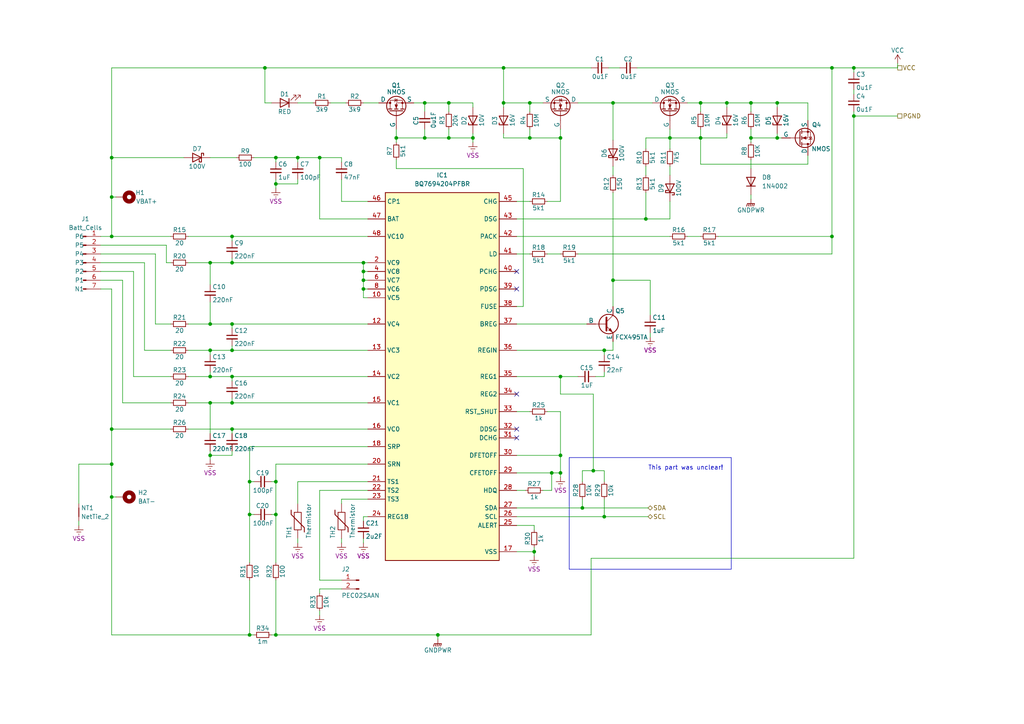
<source format=kicad_sch>
(kicad_sch (version 20230121) (generator eeschema)
  (paper "A4")
  (title_block (title "BMS") (date "2024-01-18") (rev "v0.1"))
  (lib_symbols
    (symbol "BQ7694204PFBR:BQ7694204PFBR"
      (property "Reference" "IC1" (at 21.59 15.24 0))
      (property "Value" "BQ7694204PFBR" (at 21.59 12.7 0))
      (symbol "BQ7694204PFBR_1_1"
        (rectangle (start 5.08 10.16) (end 38.1 -96.52) (stroke (width 0.254)) (fill (type background)))
        (pin no_connect line (at 21.59 -93.98 90) (length 5.08) hide (name "NC_1") (number "1"))
        (pin passive line (at 0 -20.32 0) (length 5.08) (name "VC5") (number "10"))
        (pin no_connect line (at 21.59 -93.98 90) (length 5.08) hide (name "NC_6") (number "11"))
        (pin passive line (at 0 -27.94 0) (length 5.08) (name "VC4") (number "12"))
        (pin passive line (at 0 -35.56 0) (length 5.08) (name "VC3") (number "13"))
        (pin passive line (at 0 -43.18 0) (length 5.08) (name "VC2") (number "14"))
        (pin passive line (at 0 -50.8 0) (length 5.08) (name "VC1") (number "15"))
        (pin passive line (at 0 -58.42 0) (length 5.08) (name "VC0") (number "16"))
        (pin passive line (at 43.18 -93.98 180) (length 5.08) (name "VSS") (number "17"))
        (pin passive line (at 0 -63.5 0) (length 5.08) (name "SRP") (number "18"))
        (pin no_connect line (at 21.59 -93.98 90) (length 5.08) hide (name "NC_7") (number "19"))
        (pin passive line (at 0 -10.16 0) (length 5.08) (name "VC9") (number "2"))
        (pin passive line (at 0 -68.58 0) (length 5.08) (name "SRN") (number "20"))
        (pin passive line (at 0 -73.66 0) (length 5.08) (name "TS1") (number "21"))
        (pin passive line (at 0 -76.2 0) (length 5.08) (name "TS2") (number "22"))
        (pin passive line (at 0 -78.74 0) (length 5.08) (name "TS3") (number "23"))
        (pin passive line (at 0 -83.82 0) (length 5.08) (name "REG18") (number "24"))
        (pin passive line (at 43.18 -86.36 180) (length 5.08) (name "ALERT") (number "25"))
        (pin passive line (at 43.18 -83.82 180) (length 5.08) (name "SCL") (number "26"))
        (pin passive line (at 43.18 -81.28 180) (length 5.08) (name "SDA") (number "27"))
        (pin passive line (at 43.18 -76.2 180) (length 5.08) (name "HDQ") (number "28"))
        (pin passive line (at 43.18 -71.12 180) (length 5.08) (name "CFETOFF") (number "29"))
        (pin no_connect line (at 21.59 -93.98 90) (length 5.08) hide (name "NC_2") (number "3"))
        (pin passive line (at 43.18 -66.04 180) (length 5.08) (name "DFETOFF") (number "30"))
        (pin passive line (at 43.18 -60.96 180) (length 5.08) (name "DCHG") (number "31"))
        (pin passive line (at 43.18 -58.42 180) (length 5.08) (name "DDSG") (number "32"))
        (pin passive line (at 43.18 -53.34 180) (length 5.08) (name "RST_SHUT") (number "33"))
        (pin passive line (at 43.18 -48.26 180) (length 5.08) (name "REG2") (number "34"))
        (pin passive line (at 43.18 -43.18 180) (length 5.08) (name "REG1") (number "35"))
        (pin passive line (at 43.18 -35.56 180) (length 5.08) (name "REGIN") (number "36"))
        (pin passive line (at 43.18 -27.94 180) (length 5.08) (name "BREG") (number "37"))
        (pin passive line (at 43.18 -22.86 180) (length 5.08) (name "FUSE") (number "38"))
        (pin passive line (at 43.18 -17.78 180) (length 5.08) (name "PDSG") (number "39"))
        (pin passive line (at 0 -12.7 0) (length 5.08) (name "VC8") (number "4"))
        (pin passive line (at 43.18 -12.7 180) (length 5.08) (name "PCHG") (number "40"))
        (pin passive line (at 43.18 -7.62 180) (length 5.08) (name "LD") (number "41"))
        (pin passive line (at 43.18 -2.54 180) (length 5.08) (name "PACK") (number "42"))
        (pin passive line (at 43.18 2.54 180) (length 5.08) (name "DSG") (number "43"))
        (pin no_connect line (at 21.59 -93.98 90) (length 5.08) hide (name "NC_8") (number "44"))
        (pin passive line (at 43.18 7.62 180) (length 5.08) (name "CHG") (number "45"))
        (pin passive line (at 0 7.62 0) (length 5.08) (name "CP1") (number "46"))
        (pin passive line (at 0 2.54 0) (length 5.08) (name "BAT") (number "47"))
        (pin passive line (at 0 -2.54 0) (length 5.08) (name "VC10") (number "48"))
        (pin no_connect line (at 21.59 -93.98 90) (length 5.08) hide (name "NC_3") (number "5"))
        (pin passive line (at 0 -15.24 0) (length 5.08) (name "VC7") (number "6"))
        (pin no_connect line (at 21.59 -93.98 90) (length 5.08) hide (name "NC_4") (number "7"))
        (pin passive line (at 0 -17.78 0) (length 5.08) (name "VC6") (number "8"))
        (pin no_connect line (at 21.59 -93.98 90) (length 5.08) hide (name "NC_5") (number "9"))
      )
    )
    (symbol "Connector:Conn_01x02_Pin" (pin_names (offset 1.016) hide)
      (property "Reference" "J" (at 0 2.54 0))
      (property "Value" "Conn_01x02_Pin" (at 0 -5.08 0))
      (symbol "Conn_01x02_Pin_1_1"
        (polyline (pts (xy 1.27 -2.54) (xy 0.8636 -2.54)) (stroke (width 0.1524)))
        (polyline (pts (xy 1.27 0) (xy 0.8636 0)) (stroke (width 0.1524)))
        (rectangle (start 0.8636 -2.413) (end 0 -2.667) (stroke (width 0.1524)) (fill (type outline)))
        (rectangle (start 0.8636 0.127) (end 0 -0.127) (stroke (width 0.1524)) (fill (type outline)))
        (pin passive line (at 5.08 0 180) (length 3.81) (name "Pin_1") (number "1"))
        (pin passive line (at 5.08 -2.54 180) (length 3.81) (name "Pin_2") (number "2"))
      )
    )
    (symbol "Connector:Conn_01x07_Pin" (pin_names (offset 1.016))
      (property "Reference" "J2" (at 0.635 12.7 0))
      (property "Value" "Batt_Cells" (at 0.635 10.16 0))
      (symbol "Conn_01x07_Pin_1_1"
        (polyline (pts (xy 1.27 -7.62) (xy 0.8636 -7.62)) (stroke (width 0.1524)))
        (polyline (pts (xy 1.27 -5.08) (xy 0.8636 -5.08)) (stroke (width 0.1524)))
        (polyline (pts (xy 1.27 -2.54) (xy 0.8636 -2.54)) (stroke (width 0.1524)))
        (polyline (pts (xy 1.27 0) (xy 0.8636 0)) (stroke (width 0.1524)))
        (polyline (pts (xy 1.27 2.54) (xy 0.8636 2.54)) (stroke (width 0.1524)))
        (polyline (pts (xy 1.27 5.08) (xy 0.8636 5.08)) (stroke (width 0.1524)))
        (polyline (pts (xy 1.27 7.62) (xy 0.8636 7.62)) (stroke (width 0.1524)))
        (rectangle (start 0.8636 -7.493) (end 0 -7.747) (stroke (width 0.1524)) (fill (type outline)))
        (rectangle (start 0.8636 -4.953) (end 0 -5.207) (stroke (width 0.1524)) (fill (type outline)))
        (rectangle (start 0.8636 -2.413) (end 0 -2.667) (stroke (width 0.1524)) (fill (type outline)))
        (rectangle (start 0.8636 0.127) (end 0 -0.127) (stroke (width 0.1524)) (fill (type outline)))
        (rectangle (start 0.8636 2.667) (end 0 2.413) (stroke (width 0.1524)) (fill (type outline)))
        (rectangle (start 0.8636 5.207) (end 0 4.953) (stroke (width 0.1524)) (fill (type outline)))
        (rectangle (start 0.8636 7.747) (end 0 7.493) (stroke (width 0.1524)) (fill (type outline)))
        (pin passive line (at 5.08 7.62 180) (length 3.81) (name "Pin_1") (number "1") (alternate "P6" power_in line))
        (pin passive line (at 5.08 5.08 180) (length 3.81) (name "Pin_2") (number "2") (alternate "P5" power_in line))
        (pin passive line (at 5.08 2.54 180) (length 3.81) (name "Pin_3") (number "3") (alternate "P4" power_in line))
        (pin passive line (at 5.08 0 180) (length 3.81) (name "Pin_4") (number "4") (alternate "P3" power_in line))
        (pin passive line (at 5.08 -2.54 180) (length 3.81) (name "Pin_5") (number "5") (alternate "P2" power_in line))
        (pin passive line (at 5.08 -5.08 180) (length 3.81) (name "Pin_6") (number "6") (alternate "P1" power_in line))
        (pin passive line (at 5.08 -7.62 180) (length 3.81) (name "Pin_7") (number "7") (alternate "N1" power_in line))
      )
    )
    (symbol "Device:C_Small" (pin_numbers hide) (pin_names (offset 0.254) hide)
      (property "Reference" "C" (at 0.254 1.778 0))
      (property "Value" "C_Small" (at 0.254 -2.032 0))
      (symbol "C_Small_0_1"
        (polyline (pts (xy -1.524 -0.508) (xy 1.524 -0.508)) (stroke (width 0.3302)))
        (polyline (pts (xy -1.524 0.508) (xy 1.524 0.508)) (stroke (width 0.3048)))
      )
      (symbol "C_Small_1_1"
        (pin passive line (at 0 2.54 270) (length 2.032) (name "~") (number "1"))
        (pin passive line (at 0 -2.54 90) (length 2.032) (name "~") (number "2"))
      )
    )
    (symbol "Device:D_Schottky" (pin_numbers hide) (pin_names (offset 1.016) hide)
      (property "Reference" "D" (at 0 2.54 0))
      (property "Value" "D_Schottky" (at 0 -2.54 0))
      (symbol "D_Schottky_0_1"
        (polyline (pts (xy 1.27 0) (xy -1.27 0)))
        (polyline (pts (xy 1.27 1.27) (xy 1.27 -1.27) (xy -1.27 0) (xy 1.27 1.27)) (stroke (width 0.254)))
        (polyline (pts (xy -1.905 0.635) (xy -1.905 1.27) (xy -1.27 1.27) (xy -1.27 -1.27) (xy -0.635 -1.27) (xy -0.635 -0.635)) (stroke (width 0.254)))
      )
      (symbol "D_Schottky_1_1"
        (pin passive line (at -3.81 0 0) (length 2.54) (name "K") (number "1"))
        (pin passive line (at 3.81 0 180) (length 2.54) (name "A") (number "2"))
      )
    )
    (symbol "Device:D_Zener" (pin_numbers hide) (pin_names (offset 1.016) hide)
      (property "Reference" "D" (at 0 2.54 0))
      (property "Value" "D_Zener" (at 0 -2.54 0))
      (symbol "D_Zener_0_1"
        (polyline (pts (xy 1.27 0) (xy -1.27 0)))
        (polyline (pts (xy -1.27 -1.27) (xy -1.27 1.27) (xy -0.762 1.27)) (stroke (width 0.254)))
        (polyline (pts (xy 1.27 -1.27) (xy 1.27 1.27) (xy -1.27 0) (xy 1.27 -1.27)) (stroke (width 0.254)))
      )
      (symbol "D_Zener_1_1"
        (pin passive line (at -3.81 0 0) (length 2.54) (name "K") (number "1"))
        (pin passive line (at 3.81 0 180) (length 2.54) (name "A") (number "2"))
      )
    )
    (symbol "Device:LED" (pin_numbers hide) (pin_names (offset 1.016) hide)
      (property "Reference" "D" (at 0 2.54 0))
      (property "Value" "LED" (at 0 -2.54 0))
      (symbol "LED_0_1"
        (polyline (pts (xy -1.27 -1.27) (xy -1.27 1.27)) (stroke (width 0.254)))
        (polyline (pts (xy -1.27 0) (xy 1.27 0)))
        (polyline (pts (xy 1.27 -1.27) (xy 1.27 1.27) (xy -1.27 0) (xy 1.27 -1.27)) (stroke (width 0.254)))
        (polyline (pts (xy -3.048 -0.762) (xy -4.572 -2.286) (xy -3.81 -2.286) (xy -4.572 -2.286) (xy -4.572 -1.524)))
        (polyline (pts (xy -1.778 -0.762) (xy -3.302 -2.286) (xy -2.54 -2.286) (xy -3.302 -2.286) (xy -3.302 -1.524)))
      )
      (symbol "LED_1_1"
        (pin passive line (at -3.81 0 0) (length 2.54) (name "K") (number "1"))
        (pin passive line (at 3.81 0 180) (length 2.54) (name "A") (number "2"))
      )
    )
    (symbol "Device:NetTie_2" (pin_numbers hide) (pin_names (offset 0) hide) (in_bom no)
      (property "Reference" "NT" (at 0 1.27 0))
      (property "Value" "NetTie_2" (at 0 -1.27 0))
      (symbol "NetTie_2_0_1"
        (polyline (pts (xy -1.27 0) (xy 1.27 0)) (stroke (width 0.254)))
      )
      (symbol "NetTie_2_1_1"
        (pin passive line (at -2.54 0 0) (length 2.54) (name "1") (number "1"))
        (pin passive line (at 2.54 0 180) (length 2.54) (name "2") (number "2"))
      )
    )
    (symbol "Device:R_Small" (pin_numbers hide) (pin_names (offset 0.254) hide)
      (property "Reference" "R" (at 0.762 0.508 0))
      (property "Value" "R_Small" (at 0.762 -1.016 0))
      (symbol "R_Small_0_1"
        (rectangle (start -0.762 1.778) (end 0.762 -1.778) (stroke (width 0.2032)))
      )
      (symbol "R_Small_1_1"
        (pin passive line (at 0 2.54 270) (length 0.762) (name "~") (number "1"))
        (pin passive line (at 0 -2.54 90) (length 0.762) (name "~") (number "2"))
      )
    )
    (symbol "Device:Thermistor" (pin_numbers hide) (pin_names (offset 0))
      (property "Reference" "TH" (at 2.54 1.27 90))
      (property "Value" "Thermistor" (at -2.54 0 90))
      (symbol "Thermistor_0_1"
        (rectangle (start -1.016 2.54) (end 1.016 -2.54) (stroke (width 0.2032)))
        (polyline (pts (xy -1.905 3.175) (xy -1.905 1.905) (xy 1.905 -1.905) (xy 1.905 -3.175) (xy 1.905 -3.175)) (stroke (width 0.254)))
      )
      (symbol "Thermistor_1_1"
        (pin passive line (at 0 5.08 270) (length 2.54) (name "~") (number "1"))
        (pin passive line (at 0 -5.08 90) (length 2.54) (name "~") (number "2"))
      )
    )
    (symbol "Diode:1N4002" (pin_numbers hide) (pin_names hide)
      (property "Reference" "D" (at 0 2.54 0))
      (property "Value" "1N4002" (at 0 -2.54 0))
      (symbol "1N4002_0_1"
        (polyline (pts (xy -1.27 1.27) (xy -1.27 -1.27)) (stroke (width 0.254)))
        (polyline (pts (xy 1.27 0) (xy -1.27 0)))
        (polyline (pts (xy 1.27 1.27) (xy 1.27 -1.27) (xy -1.27 0) (xy 1.27 1.27)) (stroke (width 0.254)))
      )
      (symbol "1N4002_1_1"
        (pin passive line (at -3.81 0 0) (length 2.54) (name "K") (number "1"))
        (pin passive line (at 3.81 0 180) (length 2.54) (name "A") (number "2"))
      )
    )
    (symbol "Mechanical:MountingHole_Pad" (pin_numbers hide) (pin_names (offset 1.016) hide)
      (property "Reference" "H" (at 0 6.35 0))
      (property "Value" "MountingHole_Pad" (at 0 4.445 0))
      (symbol "MountingHole_Pad_0_1"
        (circle (center 0 1.27) (radius 1.27) (stroke (width 1.27)))
      )
      (symbol "MountingHole_Pad_1_1"
        (pin input line (at 0 -2.54 90) (length 2.54) (name "1") (number "1"))
      )
    )
    (symbol "Simulation_SPICE:NMOS" (pin_numbers hide) (pin_names (offset 0))
      (property "Reference" "Q" (at 5.08 1.27 0))
      (property "Value" "NMOS" (at 5.08 -1.27 0))
      (symbol "NMOS_0_1"
        (polyline (pts (xy 0.254 0) (xy -2.54 0)))
        (polyline (pts (xy 0.254 1.905) (xy 0.254 -1.905)) (stroke (width 0.254)))
        (polyline (pts (xy 0.762 -1.27) (xy 0.762 -2.286)) (stroke (width 0.254)))
        (polyline (pts (xy 0.762 0.508) (xy 0.762 -0.508)) (stroke (width 0.254)))
        (polyline (pts (xy 0.762 2.286) (xy 0.762 1.27)) (stroke (width 0.254)))
        (polyline (pts (xy 2.54 2.54) (xy 2.54 1.778)))
        (polyline (pts (xy 2.54 -2.54) (xy 2.54 0) (xy 0.762 0)))
        (polyline (pts (xy 0.762 -1.778) (xy 3.302 -1.778) (xy 3.302 1.778) (xy 0.762 1.778)))
        (polyline (pts (xy 1.016 0) (xy 2.032 0.381) (xy 2.032 -0.381) (xy 1.016 0)) (fill (type outline)))
        (polyline (pts (xy 2.794 0.508) (xy 2.921 0.381) (xy 3.683 0.381) (xy 3.81 0.254)))
        (polyline (pts (xy 3.302 0.381) (xy 2.921 -0.254) (xy 3.683 -0.254) (xy 3.302 0.381)))
        (circle (center 1.651 0) (radius 2.794) (stroke (width 0.254)))
        (circle (center 2.54 -1.778) (radius 0.254) (fill (type outline)))
        (circle (center 2.54 1.778) (radius 0.254) (fill (type outline)))
      )
      (symbol "NMOS_1_1"
        (pin passive line (at 2.54 5.08 270) (length 2.54) (name "D") (number "1"))
        (pin input line (at -5.08 0 0) (length 2.54) (name "G") (number "2"))
        (pin passive line (at 2.54 -5.08 90) (length 2.54) (name "S") (number "3"))
      )
    )
    (symbol "Simulation_SPICE:NPN" (pin_numbers hide) (pin_names (offset 0))
      (property "Reference" "Q" (at -2.54 7.62 0))
      (property "Value" "NPN" (at -2.54 5.08 0))
      (symbol "NPN_0_1"
        (polyline (pts (xy -2.54 0) (xy 0.635 0)) (stroke (width 0.1524)))
        (polyline (pts (xy 0.635 0.635) (xy 2.54 2.54)))
        (polyline (pts (xy 2.794 -1.27) (xy 2.794 -1.27)) (stroke (width 0.1524)))
        (polyline (pts (xy 2.794 -1.27) (xy 2.794 -1.27)) (stroke (width 0.1524)))
        (polyline (pts (xy 0.635 -0.635) (xy 2.54 -2.54) (xy 2.54 -2.54)))
        (polyline (pts (xy 0.635 1.905) (xy 0.635 -1.905) (xy 0.635 -1.905)) (stroke (width 0.508)))
        (polyline (pts (xy 1.27 -1.778) (xy 1.778 -1.27) (xy 2.286 -2.286) (xy 1.27 -1.778) (xy 1.27 -1.778)) (fill (type outline)))
        (circle (center 1.27 0) (radius 2.8194) (stroke (width 0.254)))
      )
      (symbol "NPN_1_1"
        (pin open_collector line (at 2.54 5.08 270) (length 2.54) (name "C") (number "1"))
        (pin input line (at -5.08 0 0) (length 2.54) (name "B") (number "2"))
        (pin open_emitter line (at 2.54 -5.08 90) (length 2.54) (name "E") (number "3"))
      )
    )
    (symbol "power:Earth" (power) (pin_names (offset 0))
      (symbol "Earth_0_1"
        (polyline (pts (xy -0.635 -1.905) (xy 0.635 -1.905)))
        (polyline (pts (xy -0.127 -2.54) (xy 0.127 -2.54)))
        (polyline (pts (xy 0 -1.27) (xy 0 0)))
        (polyline (pts (xy 1.27 -1.27) (xy -1.27 -1.27)))
      )
      (symbol "Earth_1_1"
        (pin power_in line (at 0 0 270) (length 0) hide (name "Earth") (number "1"))
      )
    )
    (symbol "power:GNDPWR" (power) (pin_names (offset 0))
      (property "Value" "GNDPWR" (at 0 -3.302 0))
      (symbol "GNDPWR_0_1"
        (polyline (pts (xy 0 -1.27) (xy 0 0)))
        (polyline (pts (xy -1.016 -1.27) (xy -1.27 -2.032) (xy -1.27 -2.032)) (stroke (width 0.2032)))
        (polyline (pts (xy -0.508 -1.27) (xy -0.762 -2.032) (xy -0.762 -2.032)) (stroke (width 0.2032)))
        (polyline (pts (xy 0 -1.27) (xy -0.254 -2.032) (xy -0.254 -2.032)) (stroke (width 0.2032)))
        (polyline (pts (xy 0.508 -1.27) (xy 0.254 -2.032) (xy 0.254 -2.032)) (stroke (width 0.2032)))
        (polyline (pts (xy 1.016 -1.27) (xy -1.016 -1.27) (xy -1.016 -1.27)) (stroke (width 0.2032)))
        (polyline (pts (xy 1.016 -1.27) (xy 0.762 -2.032) (xy 0.762 -2.032) (xy 0.762 -2.032)) (stroke (width 0.2032)))
      )
      (symbol "GNDPWR_1_1"
        (pin power_in line (at 0 0 270) (length 0) hide (name "GNDPWR") (number "1"))
      )
    )
    (symbol "power:VCC" (power) (pin_names (offset 0))
      (property "Value" "VCC" (at 0 3.81 0))
      (symbol "VCC_0_1"
        (polyline (pts (xy -0.762 1.27) (xy 0 2.54)))
        (polyline (pts (xy 0 0) (xy 0 2.54)))
        (polyline (pts (xy 0 2.54) (xy 0.762 1.27)))
      )
      (symbol "VCC_1_1"
        (pin power_in line (at 0 0 90) (length 0) hide (name "VCC") (number "1"))
      )
    )
  )
  (junction (at 67.31 76.2))
  (junction (at 162.56 137.16))
  (junction (at 162.56 132.08))
  (junction (at 60.96 116.84))
  (junction (at 217.805 29.845))
  (junction (at 127 184.15))
  (junction (at 32.385 45.72))
  (junction (at 67.31 93.98))
  (junction (at 105.41 78.74))
  (junction (at 105.41 81.28))
  (junction (at 241.3 68.58))
  (junction (at 80.01 184.15))
  (junction (at 153.67 29.845))
  (junction (at 72.39 139.7))
  (junction (at 67.31 116.84))
  (junction (at 80.01 139.7))
  (junction (at 67.31 109.22))
  (junction (at 80.01 53.34))
  (junction (at 123.19 29.845))
  (junction (at 175.26 101.6))
  (junction (at 32.385 68.58))
  (junction (at 154.94 160.02))
  (junction (at 225.425 29.845))
  (junction (at 72.39 149.225))
  (junction (at 86.36 45.72))
  (junction (at 80.01 45.72))
  (junction (at 225.425 40.005))
  (junction (at 130.175 29.845))
  (junction (at 123.19 40.005))
  (junction (at 160.02 137.16))
  (junction (at 60.96 76.2))
  (junction (at 80.01 149.225))
  (junction (at 76.835 19.685))
  (junction (at 32.385 134.62))
  (junction (at 114.935 40.005))
  (junction (at 203.2 29.845))
  (junction (at 247.65 33.655))
  (junction (at 187.325 63.5))
  (junction (at 162.56 109.22))
  (junction (at 241.3 19.685))
  (junction (at 60.96 132.08))
  (junction (at 217.805 40.005))
  (junction (at 175.26 149.86))
  (junction (at 153.67 40.005))
  (junction (at 105.41 76.2))
  (junction (at 172.085 136.525))
  (junction (at 146.05 29.845))
  (junction (at 72.39 184.15))
  (junction (at 168.91 147.32))
  (junction (at 67.31 101.6))
  (junction (at 177.8 81.28))
  (junction (at 137.16 40.005))
  (junction (at 247.65 19.685))
  (junction (at 92.71 45.72))
  (junction (at 105.41 83.82))
  (junction (at 130.175 40.005))
  (junction (at 60.96 109.22))
  (junction (at 146.05 19.685))
  (junction (at 60.96 101.6))
  (junction (at 162.56 40.005))
  (junction (at 32.385 144.145))
  (junction (at 194.31 40.005))
  (junction (at 67.31 124.46))
  (junction (at 67.31 68.58))
  (junction (at 203.2 40.005))
  (junction (at 60.96 93.98))
  (junction (at 210.82 29.845))
  (junction (at 177.8 29.845))
  (junction (at 32.385 57.15))
  (junction (at 32.385 124.46))
  (no_connect (at 149.86 114.3))
  (no_connect (at 149.86 83.82))
  (no_connect (at 149.86 127))
  (no_connect (at 149.86 78.74))
  (no_connect (at 149.86 124.46))
  (wire (pts (xy 86.36 29.845) (xy 90.805 29.845)))
  (wire (pts (xy 80.01 168.275) (xy 80.01 184.15)))
  (wire (pts (xy 123.19 37.465) (xy 123.19 40.005)))
  (wire (pts (xy 29.21 71.12) (xy 48.26 71.12)))
  (wire (pts (xy 106.68 63.5) (xy 92.71 63.5)))
  (wire (pts (xy 67.31 130.81) (xy 67.31 132.08)))
  (wire (pts (xy 154.94 160.02) (xy 154.94 161.29)))
  (wire (pts (xy 38.735 78.74) (xy 38.735 109.22)))
  (wire (pts (xy 217.805 29.845) (xy 217.805 32.385)))
  (wire (pts (xy 153.67 29.845) (xy 153.67 32.385)))
  (wire (pts (xy 247.65 161.925) (xy 247.65 33.655)))
  (wire (pts (xy 60.96 101.6) (xy 60.96 102.87)))
  (wire (pts (xy 241.3 19.685) (xy 241.3 68.58)))
  (wire (pts (xy 199.39 29.845) (xy 203.2 29.845)))
  (wire (pts (xy 160.02 137.16) (xy 160.02 142.24)))
  (wire (pts (xy 67.31 68.58) (xy 106.68 68.58)))
  (wire (pts (xy 157.48 29.845) (xy 153.67 29.845)))
  (wire (pts (xy 203.2 40.005) (xy 203.2 47.625)))
  (wire (pts (xy 29.21 68.58) (xy 32.385 68.58)))
  (wire (pts (xy 73.66 45.72) (xy 80.01 45.72)))
  (wire (pts (xy 99.06 52.07) (xy 99.06 58.42)))
  (wire (pts (xy 60.96 76.2) (xy 67.31 76.2)))
  (wire (pts (xy 67.31 124.46) (xy 67.31 125.73)))
  (wire (pts (xy 86.36 52.07) (xy 86.36 53.34)))
  (wire (pts (xy 149.86 149.86) (xy 175.26 149.86)))
  (wire (pts (xy 105.41 81.28) (xy 105.41 83.82)))
  (wire (pts (xy 67.31 115.57) (xy 67.31 116.84)))
  (wire (pts (xy 146.05 19.685) (xy 146.05 29.845)))
  (wire (pts (xy 210.82 29.845) (xy 217.805 29.845)))
  (wire (pts (xy 167.64 73.66) (xy 241.3 73.66)))
  (wire (pts (xy 149.86 119.38) (xy 153.67 119.38)))
  (wire (pts (xy 241.3 68.58) (xy 241.3 73.66)))
  (wire (pts (xy 67.31 68.58) (xy 67.31 69.85)))
  (wire (pts (xy 32.385 57.15) (xy 32.385 68.58)))
  (wire (pts (xy 54.61 109.22) (xy 60.96 109.22)))
  (wire (pts (xy 137.16 38.735) (xy 137.16 40.005)))
  (wire (pts (xy 137.16 40.005) (xy 130.175 40.005)))
  (wire (pts (xy 48.26 76.2) (xy 48.26 71.12)))
  (wire (pts (xy 67.31 109.22) (xy 67.31 110.49)))
  (wire (pts (xy 162.56 37.465) (xy 162.56 40.005)))
  (wire (pts (xy 114.935 40.005) (xy 114.935 41.275)))
  (wire (pts (xy 32.385 144.145) (xy 32.385 184.15)))
  (wire (pts (xy 105.41 76.2) (xy 105.41 78.74)))
  (wire (pts (xy 194.31 37.465) (xy 194.31 40.005)))
  (wire (pts (xy 130.175 40.005) (xy 123.19 40.005)))
  (wire (pts (xy 114.935 40.005) (xy 114.935 37.465)))
  (wire (pts (xy 177.8 29.845) (xy 189.23 29.845)))
  (wire (pts (xy 177.8 29.845) (xy 177.8 40.64)))
  (wire (pts (xy 171.45 184.15) (xy 171.45 161.925)))
  (wire (pts (xy 194.31 43.18) (xy 194.31 40.005)))
  (wire (pts (xy 162.56 137.16) (xy 162.56 132.08)))
  (wire (pts (xy 80.01 184.15) (xy 127 184.15)))
  (wire (pts (xy 177.8 48.26) (xy 177.8 50.8)))
  (wire (pts (xy 86.36 45.72) (xy 86.36 46.99)))
  (wire (pts (xy 153.67 37.465) (xy 153.67 40.005)))
  (wire (pts (xy 92.71 177.165) (xy 92.71 178.435)))
  (wire (pts (xy 99.06 156.21) (xy 99.06 157.48)))
  (wire (pts (xy 188.595 96.52) (xy 188.595 97.79)))
  (wire (pts (xy 106.68 86.36) (xy 105.41 86.36)))
  (wire (pts (xy 92.71 63.5) (xy 92.71 45.72)))
  (wire (pts (xy 41.91 76.2) (xy 41.91 101.6)))
  (wire (pts (xy 60.96 107.95) (xy 60.96 109.22)))
  (wire (pts (xy 32.385 184.15) (xy 72.39 184.15)))
  (wire (pts (xy 76.835 29.845) (xy 76.835 19.685)))
  (wire (pts (xy 234.315 47.625) (xy 203.2 47.625)))
  (polyline (pts (xy 212.09 132.715) (xy 212.09 165.1)))
  (wire (pts (xy 175.26 101.6) (xy 175.26 102.87)))
  (wire (pts (xy 72.39 149.225) (xy 72.39 139.7)))
  (wire (pts (xy 73.66 139.7) (xy 72.39 139.7)))
  (wire (pts (xy 54.61 101.6) (xy 60.96 101.6)))
  (wire (pts (xy 225.425 40.005) (xy 226.695 40.005)))
  (wire (pts (xy 80.01 149.225) (xy 80.01 163.195)))
  (wire (pts (xy 146.05 40.005) (xy 153.67 40.005)))
  (polyline (pts (xy 165.1 132.715) (xy 165.1 165.1)))
  (wire (pts (xy 106.68 81.28) (xy 105.41 81.28)))
  (wire (pts (xy 32.385 83.82) (xy 32.385 124.46)))
  (wire (pts (xy 234.315 45.085) (xy 234.315 47.625)))
  (wire (pts (xy 86.36 53.34) (xy 80.01 53.34)))
  (wire (pts (xy 153.67 29.845) (xy 146.05 29.845)))
  (wire (pts (xy 162.56 40.005) (xy 162.56 58.42)))
  (wire (pts (xy 86.36 45.72) (xy 92.71 45.72)))
  (wire (pts (xy 29.21 76.2) (xy 41.91 76.2)))
  (wire (pts (xy 203.2 40.005) (xy 194.31 40.005)))
  (polyline (pts (xy 212.09 165.1) (xy 165.1 165.1)))
  (wire (pts (xy 67.31 124.46) (xy 106.68 124.46)))
  (wire (pts (xy 199.39 68.58) (xy 203.2 68.58)))
  (wire (pts (xy 60.96 116.84) (xy 60.96 125.73)))
  (wire (pts (xy 194.31 48.26) (xy 194.31 50.8)))
  (wire (pts (xy 67.31 116.84) (xy 106.68 116.84)))
  (wire (pts (xy 158.75 119.38) (xy 162.56 119.38)))
  (wire (pts (xy 105.41 156.21) (xy 105.41 157.48)))
  (wire (pts (xy 177.8 99.06) (xy 177.8 101.6)))
  (wire (pts (xy 149.86 93.98) (xy 170.18 93.98)))
  (wire (pts (xy 29.21 83.82) (xy 32.385 83.82)))
  (wire (pts (xy 247.65 26.035) (xy 247.65 27.305)))
  (wire (pts (xy 78.74 139.7) (xy 80.01 139.7)))
  (wire (pts (xy 86.36 139.7) (xy 86.36 146.05)))
  (wire (pts (xy 80.01 45.72) (xy 80.01 46.99)))
  (wire (pts (xy 177.8 55.88) (xy 177.8 81.28)))
  (wire (pts (xy 80.01 149.225) (xy 80.01 139.7)))
  (wire (pts (xy 162.56 109.22) (xy 167.64 109.22)))
  (wire (pts (xy 149.86 147.32) (xy 168.91 147.32)))
  (wire (pts (xy 80.01 53.34) (xy 80.01 54.61)))
  (wire (pts (xy 247.65 33.655) (xy 260.35 33.655)))
  (wire (pts (xy 41.91 101.6) (xy 49.53 101.6)))
  (polyline (pts (xy 165.1 132.715) (xy 212.09 132.715)))
  (wire (pts (xy 154.94 160.02) (xy 149.86 160.02)))
  (wire (pts (xy 32.385 45.72) (xy 32.385 57.15)))
  (wire (pts (xy 149.86 132.08) (xy 162.56 132.08)))
  (wire (pts (xy 67.31 100.33) (xy 67.31 101.6)))
  (wire (pts (xy 151.765 48.895) (xy 151.765 88.9)))
  (wire (pts (xy 32.385 68.58) (xy 49.53 68.58)))
  (wire (pts (xy 32.385 144.145) (xy 33.655 144.145)))
  (wire (pts (xy 149.86 142.24) (xy 152.4 142.24)))
  (wire (pts (xy 105.41 86.36) (xy 105.41 83.82)))
  (wire (pts (xy 175.26 144.78) (xy 175.26 149.86)))
  (wire (pts (xy 67.31 132.08) (xy 60.96 132.08)))
  (wire (pts (xy 151.765 88.9) (xy 149.86 88.9)))
  (wire (pts (xy 217.805 56.515) (xy 217.805 57.785)))
  (wire (pts (xy 54.61 124.46) (xy 67.31 124.46)))
  (wire (pts (xy 203.2 29.845) (xy 210.82 29.845)))
  (wire (pts (xy 29.21 73.66) (xy 45.085 73.66)))
  (wire (pts (xy 92.71 142.24) (xy 92.71 168.275)))
  (wire (pts (xy 188.595 81.28) (xy 177.8 81.28)))
  (wire (pts (xy 149.86 137.16) (xy 160.02 137.16)))
  (wire (pts (xy 175.26 136.525) (xy 175.26 139.7)))
  (wire (pts (xy 157.48 142.24) (xy 160.02 142.24)))
  (wire (pts (xy 225.425 38.735) (xy 225.425 40.005)))
  (wire (pts (xy 67.31 76.2) (xy 105.41 76.2)))
  (wire (pts (xy 99.06 58.42) (xy 106.68 58.42)))
  (wire (pts (xy 146.05 19.685) (xy 171.45 19.685)))
  (wire (pts (xy 149.86 58.42) (xy 153.67 58.42)))
  (wire (pts (xy 149.86 68.58) (xy 194.31 68.58)))
  (wire (pts (xy 99.06 144.78) (xy 99.06 146.05)))
  (wire (pts (xy 92.71 168.275) (xy 99.06 168.275)))
  (wire (pts (xy 54.61 68.58) (xy 67.31 68.58)))
  (wire (pts (xy 260.35 18.415) (xy 260.35 19.685)))
  (wire (pts (xy 184.785 19.685) (xy 241.3 19.685)))
  (wire (pts (xy 158.75 73.66) (xy 162.56 73.66)))
  (wire (pts (xy 67.31 74.93) (xy 67.31 76.2)))
  (wire (pts (xy 80.01 134.62) (xy 106.68 134.62)))
  (wire (pts (xy 114.935 46.355) (xy 114.935 48.895)))
  (wire (pts (xy 123.19 29.845) (xy 130.175 29.845)))
  (wire (pts (xy 78.74 184.15) (xy 80.01 184.15)))
  (wire (pts (xy 203.2 37.465) (xy 203.2 40.005)))
  (wire (pts (xy 153.67 40.005) (xy 162.56 40.005)))
  (wire (pts (xy 32.385 19.685) (xy 32.385 45.72)))
  (wire (pts (xy 49.53 76.2) (xy 48.26 76.2)))
  (wire (pts (xy 67.31 93.98) (xy 67.31 95.25)))
  (wire (pts (xy 105.41 29.845) (xy 109.855 29.845)))
  (wire (pts (xy 175.26 149.86) (xy 187.96 149.86)))
  (wire (pts (xy 172.085 136.525) (xy 172.085 114.3)))
  (wire (pts (xy 60.96 87.63) (xy 60.96 93.98)))
  (wire (pts (xy 171.45 161.925) (xy 247.65 161.925)))
  (wire (pts (xy 106.68 149.86) (xy 105.41 149.86)))
  (wire (pts (xy 154.94 158.75) (xy 154.94 160.02)))
  (wire (pts (xy 73.66 149.225) (xy 72.39 149.225)))
  (wire (pts (xy 188.595 91.44) (xy 188.595 81.28)))
  (wire (pts (xy 95.885 29.845) (xy 100.33 29.845)))
  (wire (pts (xy 29.21 78.74) (xy 38.735 78.74)))
  (wire (pts (xy 217.805 46.355) (xy 217.805 48.895)))
  (wire (pts (xy 32.385 134.62) (xy 32.385 124.46)))
  (wire (pts (xy 177.8 81.28) (xy 177.8 88.9)))
  (wire (pts (xy 172.085 114.3) (xy 162.56 114.3)))
  (wire (pts (xy 99.06 46.99) (xy 99.06 45.72)))
  (wire (pts (xy 60.96 45.72) (xy 68.58 45.72)))
  (wire (pts (xy 168.91 144.78) (xy 168.91 147.32)))
  (wire (pts (xy 123.19 40.005) (xy 114.935 40.005)))
  (wire (pts (xy 154.94 152.4) (xy 154.94 153.67)))
  (wire (pts (xy 225.425 40.005) (xy 217.805 40.005)))
  (wire (pts (xy 149.86 63.5) (xy 187.325 63.5)))
  (wire (pts (xy 67.31 109.22) (xy 106.68 109.22)))
  (wire (pts (xy 127 184.15) (xy 127 185.42)))
  (wire (pts (xy 172.72 109.22) (xy 175.26 109.22)))
  (wire (pts (xy 106.68 76.2) (xy 105.41 76.2)))
  (wire (pts (xy 149.86 73.66) (xy 153.67 73.66)))
  (wire (pts (xy 187.325 40.005) (xy 194.31 40.005)))
  (wire (pts (xy 130.175 29.845) (xy 137.16 29.845)))
  (wire (pts (xy 49.53 116.84) (xy 35.56 116.84)))
  (wire (pts (xy 120.015 29.845) (xy 123.19 29.845)))
  (wire (pts (xy 203.2 29.845) (xy 203.2 32.385)))
  (wire (pts (xy 60.96 116.84) (xy 67.31 116.84)))
  (wire (pts (xy 208.28 68.58) (xy 241.3 68.58)))
  (wire (pts (xy 32.385 124.46) (xy 49.53 124.46)))
  (wire (pts (xy 54.61 76.2) (xy 60.96 76.2)))
  (wire (pts (xy 54.61 93.98) (xy 60.96 93.98)))
  (wire (pts (xy 137.16 29.845) (xy 137.16 31.115)))
  (wire (pts (xy 60.96 132.08) (xy 60.96 133.35)))
  (wire (pts (xy 217.805 40.005) (xy 217.805 41.275)))
  (wire (pts (xy 22.86 134.62) (xy 32.385 134.62)))
  (wire (pts (xy 217.805 29.845) (xy 225.425 29.845)))
  (wire (pts (xy 38.735 109.22) (xy 49.53 109.22)))
  (wire (pts (xy 60.96 101.6) (xy 67.31 101.6)))
  (wire (pts (xy 175.26 107.95) (xy 175.26 109.22)))
  (wire (pts (xy 60.96 76.2) (xy 60.96 82.55)))
  (wire (pts (xy 175.26 101.6) (xy 177.8 101.6)))
  (wire (pts (xy 123.19 29.845) (xy 123.19 32.385)))
  (wire (pts (xy 78.74 29.845) (xy 76.835 29.845)))
  (wire (pts (xy 92.71 142.24) (xy 106.68 142.24)))
  (wire (pts (xy 72.39 149.225) (xy 72.39 163.195)))
  (wire (pts (xy 105.41 78.74) (xy 105.41 81.28)))
  (wire (pts (xy 60.96 93.98) (xy 67.31 93.98)))
  (wire (pts (xy 247.65 20.955) (xy 247.65 19.685)))
  (wire (pts (xy 162.56 137.16) (xy 162.56 138.43)))
  (wire (pts (xy 247.65 19.685) (xy 260.35 19.685)))
  (wire (pts (xy 106.68 78.74) (xy 105.41 78.74)))
  (wire (pts (xy 149.86 109.22) (xy 162.56 109.22)))
  (wire (pts (xy 29.21 81.28) (xy 35.56 81.28)))
  (wire (pts (xy 162.56 114.3) (xy 162.56 109.22)))
  (wire (pts (xy 106.68 139.7) (xy 86.36 139.7)))
  (wire (pts (xy 72.39 129.54) (xy 106.68 129.54)))
  (wire (pts (xy 105.41 149.86) (xy 105.41 151.13)))
  (wire (pts (xy 32.385 19.685) (xy 76.835 19.685)))
  (wire (pts (xy 168.91 147.32) (xy 187.96 147.32)))
  (wire (pts (xy 92.71 170.815) (xy 92.71 172.085)))
  (wire (pts (xy 22.86 146.05) (xy 22.86 134.62)))
  (wire (pts (xy 187.325 40.005) (xy 187.325 43.18)))
  (wire (pts (xy 67.31 101.6) (xy 106.68 101.6)))
  (wire (pts (xy 146.05 29.845) (xy 146.05 31.115)))
  (wire (pts (xy 160.02 137.16) (xy 162.56 137.16)))
  (wire (pts (xy 210.82 38.735) (xy 210.82 40.005)))
  (wire (pts (xy 172.085 136.525) (xy 175.26 136.525)))
  (wire (pts (xy 225.425 29.845) (xy 225.425 31.115)))
  (wire (pts (xy 60.96 132.08) (xy 60.96 130.81)))
  (wire (pts (xy 45.085 93.98) (xy 49.53 93.98)))
  (wire (pts (xy 176.53 19.685) (xy 179.705 19.685)))
  (wire (pts (xy 137.16 40.005) (xy 137.16 41.275)))
  (wire (pts (xy 130.175 37.465) (xy 130.175 40.005)))
  (wire (pts (xy 127 184.15) (xy 171.45 184.15)))
  (wire (pts (xy 158.75 58.42) (xy 162.56 58.42)))
  (wire (pts (xy 32.385 45.72) (xy 53.34 45.72)))
  (wire (pts (xy 72.39 184.15) (xy 73.66 184.15)))
  (wire (pts (xy 114.935 48.895) (xy 151.765 48.895)))
  (wire (pts (xy 168.91 139.7) (xy 168.91 136.525)))
  (wire (pts (xy 45.085 73.66) (xy 45.085 93.98)))
  (wire (pts (xy 80.01 53.34) (xy 80.01 52.07)))
  (wire (pts (xy 210.82 40.005) (xy 203.2 40.005)))
  (wire (pts (xy 92.71 45.72) (xy 99.06 45.72)))
  (wire (pts (xy 78.74 149.225) (xy 80.01 149.225)))
  (wire (pts (xy 146.05 38.735) (xy 146.05 40.005)))
  (wire (pts (xy 60.96 109.22) (xy 67.31 109.22)))
  (wire (pts (xy 35.56 81.28) (xy 35.56 116.84)))
  (wire (pts (xy 217.805 37.465) (xy 217.805 40.005)))
  (wire (pts (xy 80.01 134.62) (xy 80.01 139.7)))
  (wire (pts (xy 32.385 144.145) (xy 32.385 134.62)))
  (wire (pts (xy 187.325 55.88) (xy 187.325 63.5)))
  (wire (pts (xy 92.71 170.815) (xy 99.06 170.815)))
  (wire (pts (xy 72.39 129.54) (xy 72.39 139.7)))
  (wire (pts (xy 99.06 144.78) (xy 106.68 144.78)))
  (wire (pts (xy 194.31 58.42) (xy 194.31 63.5)))
  (wire (pts (xy 247.65 19.685) (xy 241.3 19.685)))
  (wire (pts (xy 22.86 151.13) (xy 22.86 152.4)))
  (wire (pts (xy 234.315 34.925) (xy 234.315 29.845)))
  (wire (pts (xy 187.325 48.26) (xy 187.325 50.8)))
  (wire (pts (xy 210.82 29.845) (xy 210.82 31.115)))
  (wire (pts (xy 106.68 83.82) (xy 105.41 83.82)))
  (wire (pts (xy 130.175 29.845) (xy 130.175 32.385)))
  (wire (pts (xy 167.64 29.845) (xy 177.8 29.845)))
  (wire (pts (xy 247.65 32.385) (xy 247.65 33.655)))
  (wire (pts (xy 149.86 152.4) (xy 154.94 152.4)))
  (wire (pts (xy 67.31 93.98) (xy 106.68 93.98)))
  (wire (pts (xy 149.86 101.6) (xy 175.26 101.6)))
  (wire (pts (xy 32.385 57.15) (xy 33.655 57.15)))
  (wire (pts (xy 86.36 156.21) (xy 86.36 157.48)))
  (wire (pts (xy 72.39 168.275) (xy 72.39 184.15)))
  (wire (pts (xy 168.91 136.525) (xy 172.085 136.525)))
  (wire (pts (xy 80.01 45.72) (xy 86.36 45.72)))
  (wire (pts (xy 54.61 116.84) (xy 60.96 116.84)))
  (wire (pts (xy 76.835 19.685) (xy 146.05 19.685)))
  (wire (pts (xy 234.315 29.845) (xy 225.425 29.845)))
  (wire (pts (xy 162.56 119.38) (xy 162.56 132.08)))
  (wire (pts (xy 187.325 63.5) (xy 194.31 63.5)))
  (text "This part was unclear!" (at 187.96 136.525 0) (effects (font (size 1.27 1.27)) (justify left bottom)))
  (hierarchical_label "SDA" (shape bidirectional) (at 187.96 147.32 0))
  (hierarchical_label "SCL" (shape bidirectional) (at 187.96 149.86 0))
  (hierarchical_label "PGND" (shape passive) (at 260.35 33.655 0))
  (hierarchical_label "VCC" (shape passive) (at 260.35 19.685 0))
  (symbol (lib_id "Device:LED") (at 82.55 29.845 180) (unit 1)
    (property "Reference" "D1" (at 82.55 27.305 0))
    (property "Value" "RED" (at 82.55 32.385 0))
  )
  (symbol (lib_id "Device:R_Small") (at 156.21 73.66 90) (unit 1)
    (property "Reference" "R18" (at 156.21 71.755 90))
    (property "Value" "5k1" (at 156.21 75.565 90))
  )
  (symbol (lib_id "Device:C_Small") (at 173.99 19.685 90) (unit 1)
    (property "Reference" "C1" (at 175.26 17.145 90) (effects (justify left)))
    (property "Value" "0u1F" (at 176.53 22.225 90) (effects (justify left)))
  )
  (symbol (lib_id "Device:R_Small") (at 52.07 124.46 90) (unit 1)
    (property "Reference" "R26" (at 52.07 122.555 90))
    (property "Value" "20" (at 52.07 126.365 90))
  )
  (symbol (lib_id "Device:R_Small") (at 154.94 156.21 180) (unit 1)
    (property "Reference" "R30" (at 153.035 156.21 90))
    (property "Value" "1k" (at 156.845 156.21 90))
  )
  (symbol (lib_id "Device:D_Schottky") (at 194.31 54.61 270) (mirror x) (unit 1)
    (property "Reference" "D9" (at 191.77 54.61 0))
    (property "Value" "100V" (at 196.85 54.61 0))
  )
  (symbol (lib_id "Device:R_Small") (at 130.175 34.925 180) (unit 1)
    (property "Reference" "R3" (at 128.27 34.925 90))
    (property "Value" "20k" (at 132.08 34.925 90))
  )
  (symbol (lib_id "power:VCC") (at 260.35 18.415 0) (unit 1)
    (property "Reference" "#PWR025" (effects hide))
    (property "Value" "VCC" (at 260.35 14.605 0))
  )
  (symbol (lib_id "Device:R_Small") (at 72.39 165.735 180) (unit 1)
    (property "Reference" "R31" (at 70.485 165.735 90))
    (property "Value" "100" (at 74.295 165.735 90))
  )
  (symbol (lib_id "Simulation_SPICE:NMOS") (at 194.31 32.385 90) (unit 1)
    (property "Reference" "Q3" (at 194.31 24.765 90))
    (property "Value" "NMOS" (at 194.31 26.67 90))
    (property "Datasheet" "https://ngspice.sourceforge.io/docs/ngspice-manual.pdf" (effects hide))
    (property "Sim.Device" "NMOS" (effects hide))
    (property "Sim.Type" "VDMOS" (effects hide))
    (property "Sim.Pins" "1=D 2=G 3=S" (effects hide))
  )
  (symbol (lib_id "Device:C_Small") (at 99.06 49.53 0) (unit 1)
    (property "Reference" "C8" (at 99.695 47.625 0) (effects (justify left)))
    (property "Value" "47nF" (at 99.695 51.435 0) (effects (justify left)))
  )
  (symbol (lib_id "Device:C_Small") (at 60.96 128.27 0) (unit 1)
    (property "Reference" "C17" (at 61.595 126.365 0) (effects (justify left)))
    (property "Value" "220nF" (at 61.595 130.175 0) (effects (justify left)))
  )
  (symbol (lib_id "power:Earth") (at 60.96 133.35 0) (unit 1)
    (property "Reference" "#PWR030" (effects hide))
    (property "Value" "Earth" (effects hide))
    (property "V" "VSS" (at 60.96 137.16 0))
  )
  (symbol (lib_id "Device:C_Small") (at 67.31 128.27 0) (unit 1)
    (property "Reference" "C18" (at 67.945 126.365 0) (effects (justify left)))
    (property "Value" "220nF" (at 67.945 130.175 0) (effects (justify left)))
  )
  (symbol (lib_id "Diode:1N4002") (at 217.805 52.705 90) (unit 1)
    (property "Reference" "D8" (at 220.98 51.435 90) (effects (justify right)))
    (property "Value" "1N4002" (at 220.98 53.975 90) (effects (justify right)))
    (property "Footprint" "Diode_THT:D_DO-41_SOD81_P10.16mm_Horizontal" (effects hide))
    (property "Datasheet" "http://www.vishay.com/docs/88503/1n4001.pdf" (effects hide))
    (property "Sim.Device" "D" (effects hide))
    (property "Sim.Pins" "1=K 2=A" (effects hide))
  )
  (symbol (lib_id "Connector:Conn_01x02_Pin") (at 104.14 168.275 0) (mirror y) (unit 1)
    (property "Reference" "J2" (at 99.06 165.1 0) (effects (justify right)))
    (property "Value" "PEC02SAAN" (at 99.06 172.72 0) (effects (justify right)))
  )
  (symbol (lib_id "BQ7694204PFBR:BQ7694204PFBR") (at 106.68 66.04 0) (unit 1)
    (property "Reference" "IC1" (at 128.27 50.8 0))
    (property "Value" "BQ7694204PFBR" (at 128.27 53.34 0))
    (property "Footprint" "QFP50P900X900X120-48N" (effects hide))
    (property "Datasheet" "https://www.ti.com/lit/gpn/bq76942" (effects hide))
    (property "Height" "1.2" (effects hide))
    (property "Manufacturer_Name" "Texas Instruments" (effects hide))
    (property "Manufacturer_Part_Number" "BQ7694204PFBR" (effects hide))
    (property "Mouser Part Number" "595-BQ7694204PFBR" (effects hide))
    (property "Mouser Price/Stock" "https://www.mouser.co.uk/ProductDetail/Texas-Instruments/BQ7694204PFBR?qs=iLbezkQI%252BsiBKz1%2FTSC4wg%3D%3D" (effects hide))
    (property "Arrow Part Number" "BQ7694204PFBR" (effects hide))
    (property "Arrow Price/Stock" "https://www.arrow.com/en/products/bq7694204pfbr/texas-instruments?region=nac" (effects hide))
  )
  (symbol (lib_id "Device:R_Small") (at 71.12 45.72 90) (unit 1)
    (property "Reference" "R9" (at 71.12 43.815 90))
    (property "Value" "100" (at 71.12 47.625 90))
  )
  (symbol (lib_id "Device:C_Small") (at 60.96 85.09 0) (unit 1)
    (property "Reference" "C10" (at 61.595 83.185 0) (effects (justify left)))
    (property "Value" "220nF" (at 61.595 86.995 0) (effects (justify left)))
  )
  (symbol (lib_id "Device:R_Small") (at 52.07 101.6 90) (unit 1)
    (property "Reference" "R22" (at 52.07 99.695 90))
    (property "Value" "20" (at 52.07 103.505 90))
  )
  (symbol (lib_id "Device:R_Small") (at 168.91 142.24 180) (unit 1)
    (property "Reference" "R28" (at 167.005 142.24 90))
    (property "Value" "10k" (at 170.815 142.24 90))
  )
  (symbol (lib_id "Device:C_Small") (at 175.26 105.41 0) (unit 1)
    (property "Reference" "C14" (at 175.895 103.505 0) (effects (justify left)))
    (property "Value" "22nF" (at 175.895 107.315 0) (effects (justify left)))
  )
  (symbol (lib_id "Device:Thermistor") (at 99.06 151.13 0) (unit 1)
    (property "Reference" "TH2" (at 96.52 156.21 90) (effects (justify left)))
    (property "Value" "Thermistor" (at 102.235 156.21 90) (effects (justify left)))
  )
  (symbol (lib_id "Device:C_Small") (at 86.36 49.53 0) (unit 1)
    (property "Reference" "C7" (at 86.995 47.625 0) (effects (justify left)))
    (property "Value" "100pF" (at 86.995 51.435 0) (effects (justify left)))
  )
  (symbol (lib_id "Device:R_Small") (at 52.07 109.22 90) (unit 1)
    (property "Reference" "R23" (at 52.07 107.315 90))
    (property "Value" "20" (at 52.07 111.125 90))
  )
  (symbol (lib_id "Device:C_Small") (at 67.31 113.03 0) (unit 1)
    (property "Reference" "C16" (at 67.945 111.125 0) (effects (justify left)))
    (property "Value" "220nF" (at 67.945 114.935 0) (effects (justify left)))
  )
  (symbol (lib_id "Device:R_Small") (at 175.26 142.24 180) (unit 1)
    (property "Reference" "R29" (at 173.355 142.24 90))
    (property "Value" "10k" (at 177.165 142.24 90))
  )
  (symbol (lib_id "Simulation_SPICE:NPN") (at 175.26 93.98 0) (unit 1)
    (property "Reference" "Q5" (at 178.435 90.17 0) (effects (justify left)))
    (property "Value" "FCX495TA" (at 178.435 97.79 0) (effects (justify left)))
    (property "Sim.Device" "NPN" (effects hide))
    (property "Sim.Type" "GUMMELPOON" (effects hide))
    (property "Sim.Pins" "1=C 2=B 3=E" (effects hide))
  )
  (symbol (lib_id "Device:R_Small") (at 217.805 43.815 180) (unit 1)
    (property "Reference" "R8" (at 215.9 43.815 90))
    (property "Value" "10K" (at 219.71 43.815 90))
  )
  (symbol (lib_id "power:Earth") (at 154.94 161.29 0) (unit 1)
    (property "Reference" "#PWR036" (effects hide))
    (property "Value" "Earth" (effects hide))
    (property "V" "VSS" (at 154.94 165.1 0))
  )
  (symbol (lib_id "power:GNDPWR") (at 217.805 57.785 0) (unit 1)
    (property "Reference" "#PWR028" (effects hide))
    (property "Value" "GNDPWR" (at 217.805 60.96 0))
  )
  (symbol (lib_id "Device:D_Zener") (at 146.05 34.925 90) (unit 1)
    (property "Reference" "D3" (at 143.51 33.655 0) (effects (justify right)))
    (property "Value" "16V" (at 148.59 33.02 0) (effects (justify right)))
  )
  (symbol (lib_id "Device:R_Small") (at 196.85 68.58 90) (unit 1)
    (property "Reference" "R16" (at 196.85 66.675 90))
    (property "Value" "5k1" (at 196.85 70.485 90))
  )
  (symbol (lib_id "Device:R_Small") (at 80.01 165.735 180) (unit 1)
    (property "Reference" "R32" (at 78.105 165.735 90))
    (property "Value" "100" (at 81.915 165.735 90))
  )
  (symbol (lib_id "Device:C_Small") (at 80.01 49.53 0) (unit 1)
    (property "Reference" "C6" (at 80.645 47.625 0) (effects (justify left)))
    (property "Value" "1uF" (at 80.645 51.435 0) (effects (justify left)))
  )
  (symbol (lib_id "Device:C_Small") (at 123.19 34.925 180) (unit 1)
    (property "Reference" "C5" (at 120.65 33.655 90) (effects (justify left)))
    (property "Value" "0u1F" (at 125.73 32.385 90) (effects (justify left)))
  )
  (symbol (lib_id "Device:R_Small") (at 177.8 53.34 180) (unit 1)
    (property "Reference" "R12" (at 175.895 53.34 90))
    (property "Value" "150" (at 179.705 53.34 90))
  )
  (symbol (lib_id "power:Earth") (at 188.595 97.79 0) (unit 1)
    (property "Reference" "#PWR029" (effects hide))
    (property "Value" "Earth" (effects hide))
    (property "V" "VSS" (at 188.595 101.6 0))
  )
  (symbol (lib_id "Device:R_Small") (at 52.07 116.84 90) (unit 1)
    (property "Reference" "R24" (at 52.07 114.935 90))
    (property "Value" "20" (at 52.07 118.745 90))
  )
  (symbol (lib_id "Device:Thermistor") (at 86.36 151.13 0) (unit 1)
    (property "Reference" "TH1" (at 83.82 156.21 90) (effects (justify left)))
    (property "Value" "Thermistor" (at 89.535 156.21 90) (effects (justify left)))
  )
  (symbol (lib_id "Device:C_Small") (at 188.595 93.98 0) (unit 1)
    (property "Reference" "C11" (at 189.23 92.075 0) (effects (justify left)))
    (property "Value" "1uF" (at 189.23 95.885 0) (effects (justify left)))
  )
  (symbol (lib_id "power:Earth") (at 22.86 152.4 0) (unit 1)
    (property "Reference" "#PWR032" (effects hide))
    (property "Value" "Earth" (effects hide))
    (property "V" "VSS" (at 22.86 156.21 0))
  )
  (symbol (lib_id "Device:C_Small") (at 105.41 153.67 0) (unit 1)
    (property "Reference" "C21" (at 106.045 151.765 0) (effects (justify left)))
    (property "Value" "2u2F" (at 106.045 155.575 0) (effects (justify left)))
  )
  (symbol (lib_id "Device:C_Small") (at 67.31 97.79 0) (unit 1)
    (property "Reference" "C12" (at 67.945 95.885 0) (effects (justify left)))
    (property "Value" "220nF" (at 67.945 99.695 0) (effects (justify left)))
  )
  (symbol (lib_id "Device:R_Small") (at 165.1 73.66 90) (unit 1)
    (property "Reference" "R19" (at 165.1 71.755 90))
    (property "Value" "5k1" (at 165.1 75.565 90))
  )
  (symbol (lib_id "Device:D_Zener") (at 137.16 34.925 90) (unit 1)
    (property "Reference" "D2" (at 134.62 33.655 0) (effects (justify right)))
    (property "Value" "10V" (at 139.7 33.02 0) (effects (justify right)))
  )
  (symbol (lib_id "Device:C_Small") (at 182.245 19.685 90) (unit 1)
    (property "Reference" "C2" (at 183.515 17.145 90) (effects (justify left)))
    (property "Value" "0u1F" (at 184.785 22.225 90) (effects (justify left)))
  )
  (symbol (lib_id "Device:C_Small") (at 247.65 29.845 0) (unit 1)
    (property "Reference" "C4" (at 248.285 27.94 0) (effects (justify left)))
    (property "Value" "0u1F" (at 248.285 31.75 0) (effects (justify left)))
  )
  (symbol (lib_id "Device:D_Schottky") (at 57.15 45.72 0) (mirror y) (unit 1)
    (property "Reference" "D7" (at 57.15 43.18 0))
    (property "Value" "100V" (at 57.15 48.26 0))
  )
  (symbol (lib_id "Connector:Conn_01x07_Pin") (at 24.13 76.2 0) (unit 1)
    (property "Reference" "J1" (at 24.765 63.5 0))
    (property "Value" "Batt_Cells" (at 24.765 66.04 0))
    (pin "7" (alternate "N1"))
    (pin "5" (alternate "P2"))
    (pin "6" (alternate "P1"))
    (pin "3" (alternate "P4"))
    (pin "1" (alternate "P6"))
    (pin "2" (alternate "P5"))
    (pin "4" (alternate "P3"))
  )
  (symbol (lib_id "Device:R_Small") (at 194.31 45.72 180) (unit 1)
    (property "Reference" "R11" (at 192.405 45.72 90))
    (property "Value" "7k5" (at 196.215 45.72 90))
  )
  (symbol (lib_id "Device:R_Small") (at 154.94 142.24 90) (unit 1)
    (property "Reference" "R27" (at 154.94 140.335 90))
    (property "Value" "1k" (at 154.94 144.145 90))
  )
  (symbol (lib_id "Device:R_Small") (at 93.345 29.845 90) (unit 1)
    (property "Reference" "R1" (at 93.345 27.94 90))
    (property "Value" "3k9" (at 93.345 31.75 90))
  )
  (symbol (lib_id "Device:R_Small") (at 153.67 34.925 0) (mirror x) (unit 1)
    (property "Reference" "R4" (at 151.765 34.925 90))
    (property "Value" "10M" (at 155.575 34.925 90))
  )
  (symbol (lib_id "Device:D_Zener") (at 210.82 34.925 90) (unit 1)
    (property "Reference" "D4" (at 208.28 33.655 0) (effects (justify right)))
    (property "Value" "16V" (at 213.36 33.02 0) (effects (justify right)))
  )
  (symbol (lib_id "power:Earth") (at 86.36 157.48 0) (unit 1)
    (property "Reference" "#PWR033" (effects hide))
    (property "Value" "Earth" (effects hide))
    (property "V" "VSS" (at 86.36 161.29 0))
  )
  (symbol (lib_id "Device:R_Small") (at 76.2 184.15 90) (unit 1)
    (property "Reference" "R34" (at 76.2 182.245 90))
    (property "Value" "1m" (at 76.2 186.055 90))
  )
  (symbol (lib_id "Device:D_Zener") (at 225.425 34.925 90) (unit 1)
    (property "Reference" "D5" (at 222.885 33.655 0) (effects (justify right)))
    (property "Value" "16V" (at 227.965 33.02 0) (effects (justify right)))
  )
  (symbol (lib_id "Device:R_Small") (at 156.21 58.42 90) (unit 1)
    (property "Reference" "R14" (at 156.21 56.515 90))
    (property "Value" "5k1" (at 156.21 60.325 90))
  )
  (symbol (lib_id "Device:C_Small") (at 67.31 72.39 0) (unit 1)
    (property "Reference" "C9" (at 67.945 70.485 0) (effects (justify left)))
    (property "Value" "220nF" (at 67.945 74.295 0) (effects (justify left)))
  )
  (symbol (lib_id "power:Earth") (at 105.41 157.48 0) (unit 1)
    (property "Reference" "#PWR035" (effects hide))
    (property "Value" "Earth" (effects hide))
    (property "V" "VSS" (at 105.41 161.29 0))
  )
  (symbol (lib_id "Simulation_SPICE:NMOS") (at 162.56 32.385 270) (mirror x) (unit 1)
    (property "Reference" "Q2" (at 162.56 24.765 90))
    (property "Value" "NMOS" (at 162.56 26.67 90))
    (property "Datasheet" "https://ngspice.sourceforge.io/docs/ngspice-manual.pdf" (effects hide))
    (property "Sim.Device" "NMOS" (effects hide))
    (property "Sim.Type" "VDMOS" (effects hide))
    (property "Sim.Pins" "1=D 2=G 3=S" (effects hide))
  )
  (symbol (lib_id "Device:C_Small") (at 76.2 139.7 90) (unit 1)
    (property "Reference" "C19" (at 78.105 137.16 90) (effects (justify left)))
    (property "Value" "100pF" (at 79.375 142.24 90) (effects (justify left)))
  )
  (symbol (lib_id "Device:R_Small") (at 217.805 34.925 180) (unit 1)
    (property "Reference" "R6" (at 215.9 34.925 90))
    (property "Value" "10M" (at 219.71 34.925 90))
  )
  (symbol (lib_id "power:Earth") (at 99.06 157.48 0) (unit 1)
    (property "Reference" "#PWR034" (effects hide))
    (property "Value" "Earth" (effects hide))
    (property "V" "VSS" (at 99.06 161.29 0))
  )
  (symbol (lib_id "Device:R_Small") (at 203.2 34.925 180) (unit 1)
    (property "Reference" "R5" (at 201.295 34.925 90))
    (property "Value" "10M" (at 205.105 34.925 90))
  )
  (symbol (lib_id "Device:R_Small") (at 102.87 29.845 90) (unit 1)
    (property "Reference" "R2" (at 102.87 27.94 90))
    (property "Value" "3k9" (at 102.87 31.75 90))
  )
  (symbol (lib_id "Device:C_Small") (at 76.2 149.225 90) (unit 1)
    (property "Reference" "C20" (at 78.105 146.685 90) (effects (justify left)))
    (property "Value" "100nF" (at 79.375 151.765 90) (effects (justify left)))
  )
  (symbol (lib_id "Device:R_Small") (at 205.74 68.58 90) (unit 1)
    (property "Reference" "R17" (at 205.74 66.675 90))
    (property "Value" "5k1" (at 205.74 70.485 90))
  )
  (symbol (lib_id "Device:R_Small") (at 52.07 68.58 90) (unit 1)
    (property "Reference" "R15" (at 52.07 66.675 90))
    (property "Value" "20" (at 52.07 70.485 90))
  )
  (symbol (lib_id "Simulation_SPICE:NMOS") (at 114.935 32.385 90) (unit 1)
    (property "Reference" "Q1" (at 114.935 24.765 90))
    (property "Value" "NMOS" (at 114.935 26.67 90))
    (property "Datasheet" "https://ngspice.sourceforge.io/docs/ngspice-manual.pdf" (effects hide))
    (property "Sim.Device" "NMOS" (effects hide))
    (property "Sim.Type" "VDMOS" (effects hide))
    (property "Sim.Pins" "1=D 2=G 3=S" (effects hide))
  )
  (symbol (lib_id "power:Earth") (at 137.16 41.275 0) (unit 1)
    (property "Reference" "#PWR026" (effects hide))
    (property "Value" "Earth" (effects hide))
    (property "V" "VSS" (at 137.16 45.085 0))
  )
  (symbol (lib_id "Device:R_Small") (at 187.325 45.72 180) (unit 1)
    (property "Reference" "R10" (at 185.42 45.72 90))
    (property "Value" "5k1" (at 189.23 45.72 90))
  )
  (symbol (lib_id "Mechanical:MountingHole_Pad") (at 36.195 144.145 270) (unit 1)
    (property "Reference" "H2" (at 40.005 142.875 90) (effects (justify left)))
    (property "Value" "BAT-" (at 40.005 145.415 90) (effects (justify left)))
  )
  (symbol (lib_id "Simulation_SPICE:NMOS") (at 231.775 40.005 0) (mirror x) (unit 1)
    (property "Reference" "Q4" (at 236.855 36.195 0))
    (property "Value" "NMOS" (at 238.125 43.18 0))
    (property "Datasheet" "https://ngspice.sourceforge.io/docs/ngspice-manual.pdf" (effects hide))
    (property "Sim.Device" "NMOS" (effects hide))
    (property "Sim.Type" "VDMOS" (effects hide))
    (property "Sim.Pins" "1=D 2=G 3=S" (effects hide))
  )
  (symbol (lib_id "Device:C_Small") (at 170.18 109.22 90) (unit 1)
    (property "Reference" "C15" (at 172.085 106.68 90) (effects (justify left)))
    (property "Value" "1uF" (at 172.085 111.76 90) (effects (justify left)))
  )
  (symbol (lib_id "Device:R_Small") (at 92.71 174.625 180) (unit 1)
    (property "Reference" "R33" (at 90.805 174.625 90))
    (property "Value" "10k" (at 94.615 174.625 90))
  )
  (symbol (lib_id "Device:R_Small") (at 52.07 93.98 90) (unit 1)
    (property "Reference" "R21" (at 52.07 92.075 90))
    (property "Value" "20" (at 52.07 95.885 90))
  )
  (symbol (lib_id "Device:R_Small") (at 187.325 53.34 180) (unit 1)
    (property "Reference" "R13" (at 185.42 53.34 90))
    (property "Value" "5k1" (at 189.23 53.34 90))
  )
  (symbol (lib_id "Device:C_Small") (at 60.96 105.41 0) (unit 1)
    (property "Reference" "C13" (at 61.595 103.505 0) (effects (justify left)))
    (property "Value" "220nF" (at 61.595 107.315 0) (effects (justify left)))
  )
  (symbol (lib_id "Device:R_Small") (at 114.935 43.815 180) (unit 1)
    (property "Reference" "R7" (at 113.03 43.815 90))
    (property "Value" "5k1" (at 116.84 43.815 90))
  )
  (symbol (lib_id "Device:C_Small") (at 247.65 23.495 0) (unit 1)
    (property "Reference" "C3" (at 248.285 21.59 0) (effects (justify left)))
    (property "Value" "0u1F" (at 248.285 25.4 0) (effects (justify left)))
  )
  (symbol (lib_id "Device:R_Small") (at 52.07 76.2 90) (unit 1)
    (property "Reference" "R20" (at 52.07 74.295 90))
    (property "Value" "20" (at 52.07 78.105 90))
  )
  (symbol (lib_id "power:Earth") (at 92.71 178.435 0) (unit 1)
    (property "Reference" "#PWR037" (effects hide))
    (property "Value" "Earth" (effects hide))
    (property "V" "VSS" (at 92.71 182.245 0))
  )
  (symbol (lib_id "Mechanical:MountingHole_Pad") (at 36.195 57.15 270) (mirror x) (unit 1)
    (property "Reference" "H1" (at 40.64 55.88 90))
    (property "Value" "VBAT+" (at 42.545 58.42 90))
  )
  (symbol (lib_id "Device:D_Schottky") (at 177.8 44.45 270) (mirror x) (unit 1)
    (property "Reference" "D6" (at 175.26 44.45 0))
    (property "Value" "100V" (at 180.34 44.45 0))
  )
  (symbol (lib_id "power:GNDPWR") (at 127 185.42 0) (unit 1)
    (property "Reference" "#PWR038" (effects hide))
    (property "Value" "GNDPWR" (at 127 188.595 0))
  )
  (symbol (lib_id "power:Earth") (at 162.56 138.43 0) (unit 1)
    (property "Reference" "#PWR031" (effects hide))
    (property "Value" "Earth" (effects hide))
    (property "V" "VSS" (at 162.56 142.24 0))
  )
  (symbol (lib_id "Device:NetTie_2") (at 22.86 148.59 90) (unit 1) (in_bom no)
    (property "Reference" "NT1" (at 23.495 147.32 90) (effects (justify right)))
    (property "Value" "NetTie_2" (at 23.495 149.86 90) (effects (justify right)))
  )
  (symbol (lib_id "Device:R_Small") (at 156.21 119.38 90) (unit 1)
    (property "Reference" "R25" (at 156.21 117.475 90))
    (property "Value" "1k" (at 156.21 121.285 90))
  )
  (symbol (lib_id "power:Earth") (at 80.01 54.61 0) (unit 1)
    (property "Reference" "#PWR027" (effects hide))
    (property "Value" "Earth" (effects hide))
    (property "V" "VSS" (at 80.01 58.42 0))
  )
)
</source>
